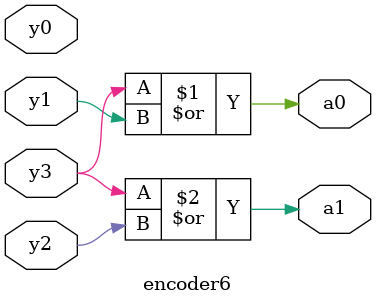
<source format=v>
module encoder6 (y0,y1,y2,y3,a0,a1);
    input y0,y1,y2,y3;
    output a0,a1;

    assign a0 = y3 | y1;
    assign a1 = y3 | y2;

endmodule
</source>
